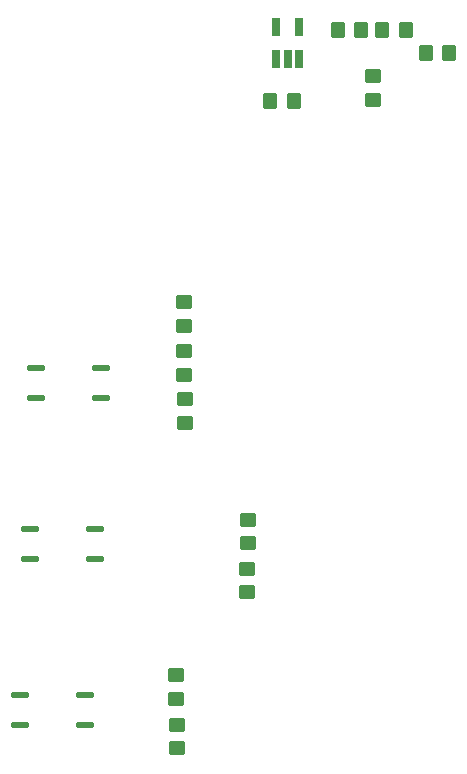
<source format=gbr>
%TF.GenerationSoftware,KiCad,Pcbnew,(6.0.2)*%
%TF.CreationDate,2022-03-20T03:32:58-07:00*%
%TF.ProjectId,ChargerPOC,43686172-6765-4725-904f-432e6b696361,rev?*%
%TF.SameCoordinates,Original*%
%TF.FileFunction,Paste,Bot*%
%TF.FilePolarity,Positive*%
%FSLAX46Y46*%
G04 Gerber Fmt 4.6, Leading zero omitted, Abs format (unit mm)*
G04 Created by KiCad (PCBNEW (6.0.2)) date 2022-03-20 03:32:58*
%MOMM*%
%LPD*%
G01*
G04 APERTURE LIST*
G04 Aperture macros list*
%AMRoundRect*
0 Rectangle with rounded corners*
0 $1 Rounding radius*
0 $2 $3 $4 $5 $6 $7 $8 $9 X,Y pos of 4 corners*
0 Add a 4 corners polygon primitive as box body*
4,1,4,$2,$3,$4,$5,$6,$7,$8,$9,$2,$3,0*
0 Add four circle primitives for the rounded corners*
1,1,$1+$1,$2,$3*
1,1,$1+$1,$4,$5*
1,1,$1+$1,$6,$7*
1,1,$1+$1,$8,$9*
0 Add four rect primitives between the rounded corners*
20,1,$1+$1,$2,$3,$4,$5,0*
20,1,$1+$1,$4,$5,$6,$7,0*
20,1,$1+$1,$6,$7,$8,$9,0*
20,1,$1+$1,$8,$9,$2,$3,0*%
G04 Aperture macros list end*
%ADD10R,0.650000X1.560000*%
%ADD11RoundRect,0.137500X0.587500X0.137500X-0.587500X0.137500X-0.587500X-0.137500X0.587500X-0.137500X0*%
%ADD12RoundRect,0.250000X-0.450000X0.350000X-0.450000X-0.350000X0.450000X-0.350000X0.450000X0.350000X0*%
%ADD13RoundRect,0.250000X-0.350000X-0.450000X0.350000X-0.450000X0.350000X0.450000X-0.350000X0.450000X0*%
G04 APERTURE END LIST*
D10*
%TO.C,U9*%
X54086800Y-69980800D03*
X53136800Y-69980800D03*
X52186800Y-69980800D03*
X52186800Y-67280800D03*
X54086800Y-67280800D03*
%TD*%
D11*
%TO.C,U4*%
X37344800Y-96164400D03*
X37344800Y-98704400D03*
X31844800Y-98704400D03*
X31844800Y-96164400D03*
%TD*%
D12*
%TO.C,R23*%
X43789600Y-126346200D03*
X43789600Y-128346200D03*
%TD*%
%TO.C,R22*%
X43662600Y-122129800D03*
X43662600Y-124129800D03*
%TD*%
%TO.C,R21*%
X49707800Y-113112800D03*
X49707800Y-115112800D03*
%TD*%
%TO.C,R20*%
X49758600Y-108991400D03*
X49758600Y-110991400D03*
%TD*%
%TO.C,R19*%
X44475400Y-98787200D03*
X44475400Y-100787200D03*
%TD*%
%TO.C,R18*%
X60325000Y-71440800D03*
X60325000Y-73440800D03*
%TD*%
D13*
%TO.C,R16*%
X64820800Y-69443600D03*
X66820800Y-69443600D03*
%TD*%
%TO.C,R11*%
X51663600Y-73533000D03*
X53663600Y-73533000D03*
%TD*%
%TO.C,R10*%
X61137800Y-67513200D03*
X63137800Y-67513200D03*
%TD*%
%TO.C,R9*%
X57385200Y-67513200D03*
X59385200Y-67513200D03*
%TD*%
D12*
%TO.C,R8*%
X44348400Y-94697800D03*
X44348400Y-96697800D03*
%TD*%
%TO.C,R7*%
X44348400Y-90557600D03*
X44348400Y-92557600D03*
%TD*%
D11*
%TO.C,U6*%
X35947800Y-123799600D03*
X35947800Y-126339600D03*
X30447800Y-126339600D03*
X30447800Y-123799600D03*
%TD*%
%TO.C,U5*%
X36786000Y-109804200D03*
X36786000Y-112344200D03*
X31286000Y-112344200D03*
X31286000Y-109804200D03*
%TD*%
M02*

</source>
